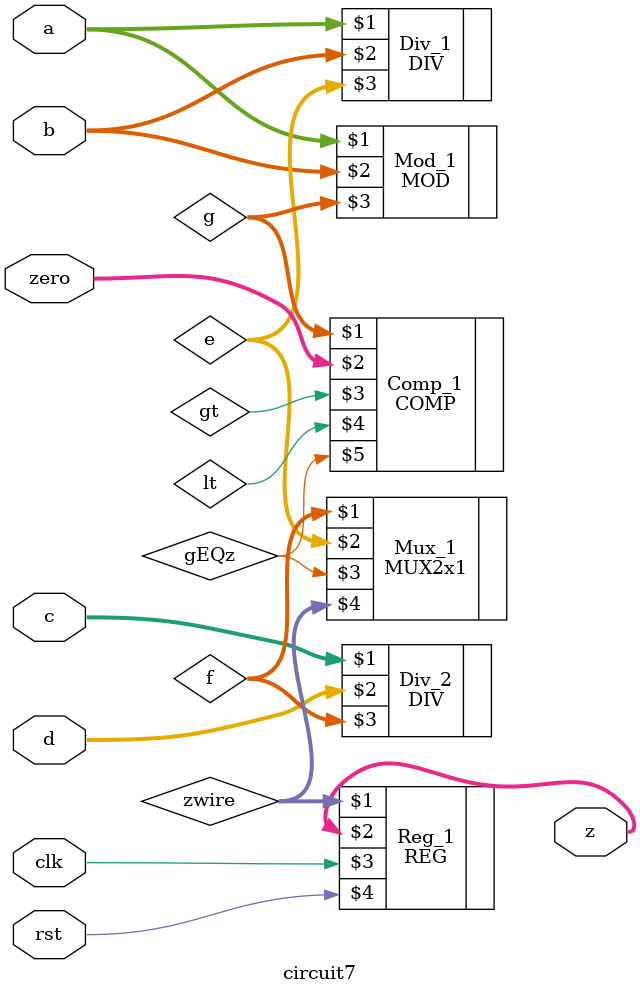
<source format=v>
`timescale 1ns / 1ps

module circuit7(a, b, c, d, zero, z, clk, rst);
    input[63:0] a, b, c, d, zero;
    input clk, rst;
    output[63:0] z;
    
    wire[63:0] e, f, g, zwire;
    wire gEQz, gt, lt;  
    
    DIV#(64) Div_1(a, b, e);    // e = a / b
    DIV#(64) Div_2(c, d, f);    // f = c / d
    MOD#(64) Mod_1(a, b, g);    // g = a % b  
    COMP#(64) Comp_1(g, zero, gt, lt, gEQz);    // gEQz = g == zero
    MUX2x1#(64) Mux_1(f, e, gEQz, zwire);       // zwire = gEQz ? e : f 
    REG#(64) Reg_1(zwire, z, clk, rst);         // z = zwire
endmodule
</source>
